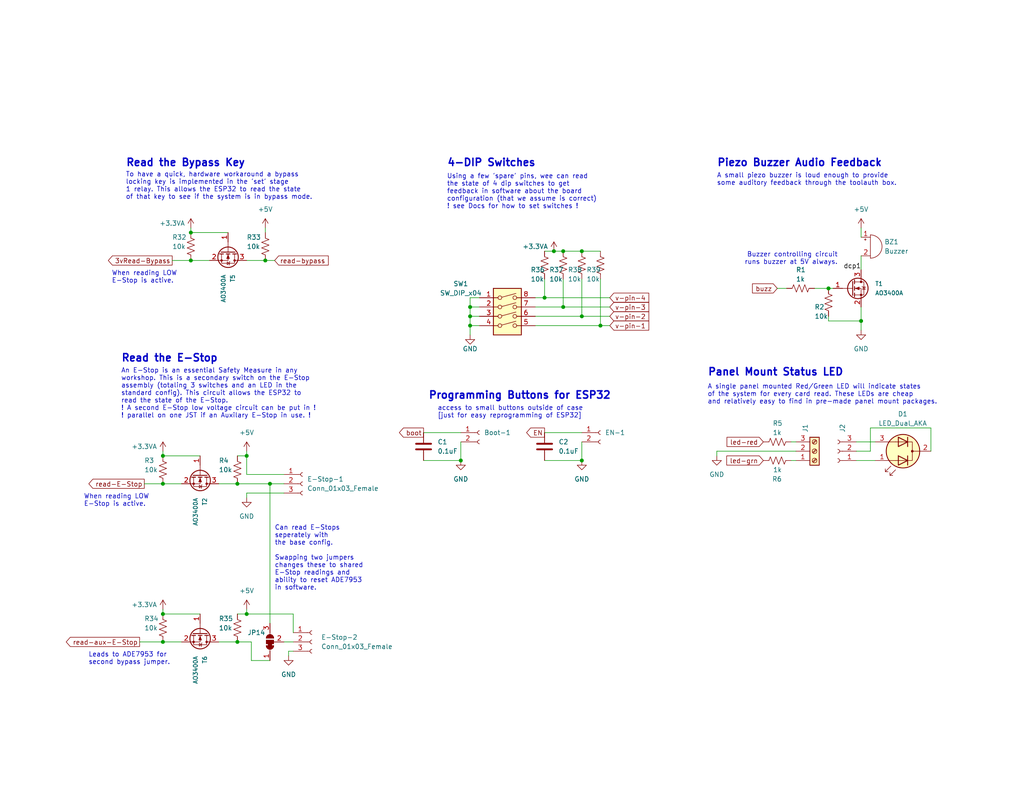
<source format=kicad_sch>
(kicad_sch (version 20211123) (generator eeschema)
  (paper "USLetter")
  (title_block (title "Onboard Lights, Sounds and Logic Level Converters") (date "2022-10-09") (rev "3") (company "Corey Rice & MakeHaven") (comment 1 "Buzzer and Panel Mount LED for Audio feedback to user") (comment 2 "Logic Level shifters to read states of E-Stop(s) and Bypass Key") (comment 3 "DIP switches to describe hardware state") (comment 4 "Breakout connections for the EN & Boot pins, for possible panel mount"))
  (lib_symbols
    (symbol "Connector:Conn_01x02_Female" (pin_names (offset 1.016) hide)
      (property "Reference" "J" (at 0 2.54 0))
      (property "Value" "Conn_01x02_Female" (at 0 -5.08 0))
      (symbol "Conn_01x02_Female_1_1"
        (arc (start 0 -2.032) (mid -0.508 -2.54) (end 0 -3.048) (stroke (width 0.1524)))
        (polyline (pts (xy -1.27 -2.54) (xy -0.508 -2.54)) (stroke (width 0.1524)))
        (polyline (pts (xy -1.27 0) (xy -0.508 0)) (stroke (width 0.1524)))
        (arc (start 0 0.508) (mid -0.508 0) (end 0 -0.508) (stroke (width 0.1524)))
        (pin passive line (at -5.08 0 0) (length 3.81) (name "Pin_1") (number "1"))
        (pin passive line (at -5.08 -2.54 0) (length 3.81) (name "Pin_2") (number "2"))
      )
    )
    (symbol "Connector:Conn_01x03_Female" (pin_names (offset 1.016) hide)
      (property "Reference" "J" (at 0 5.08 0))
      (property "Value" "Conn_01x03_Female" (at 0 -5.08 0))
      (symbol "Conn_01x03_Female_1_1"
        (arc (start 0 -2.032) (mid -0.508 -2.54) (end 0 -3.048) (stroke (width 0.1524)))
        (polyline (pts (xy -1.27 -2.54) (xy -0.508 -2.54)) (stroke (width 0.1524)))
        (polyline (pts (xy -1.27 0) (xy -0.508 0)) (stroke (width 0.1524)))
        (polyline (pts (xy -1.27 2.54) (xy -0.508 2.54)) (stroke (width 0.1524)))
        (arc (start 0 0.508) (mid -0.508 0) (end 0 -0.508) (stroke (width 0.1524)))
        (arc (start 0 3.048) (mid -0.508 2.54) (end 0 2.032) (stroke (width 0.1524)))
        (pin passive line (at -5.08 2.54 0) (length 3.81) (name "Pin_1") (number "1"))
        (pin passive line (at -5.08 0 0) (length 3.81) (name "Pin_2") (number "2"))
        (pin passive line (at -5.08 -2.54 0) (length 3.81) (name "Pin_3") (number "3"))
      )
    )
    (symbol "Connector:Screw_Terminal_01x03" (pin_names (offset 1.016) hide)
      (property "Reference" "J" (at 0 5.08 0))
      (property "Value" "Screw_Terminal_01x03" (at 0 -5.08 0))
      (symbol "Screw_Terminal_01x03_1_1"
        (rectangle (start -1.27 3.81) (end 1.27 -3.81) (stroke (width 0.254)) (fill (type background)))
        (circle (center 0 -2.54) (radius 0.635) (stroke (width 0.1524)))
        (polyline (pts (xy -0.5334 -2.2098) (xy 0.3302 -3.048)) (stroke (width 0.1524)))
        (polyline (pts (xy -0.5334 0.3302) (xy 0.3302 -0.508)) (stroke (width 0.1524)))
        (polyline (pts (xy -0.5334 2.8702) (xy 0.3302 2.032)) (stroke (width 0.1524)))
        (polyline (pts (xy -0.3556 -2.032) (xy 0.508 -2.8702)) (stroke (width 0.1524)))
        (polyline (pts (xy -0.3556 0.508) (xy 0.508 -0.3302)) (stroke (width 0.1524)))
        (polyline (pts (xy -0.3556 3.048) (xy 0.508 2.2098)) (stroke (width 0.1524)))
        (circle (center 0 0) (radius 0.635) (stroke (width 0.1524)))
        (circle (center 0 2.54) (radius 0.635) (stroke (width 0.1524)))
        (pin passive line (at -5.08 2.54 0) (length 3.81) (name "Pin_1") (number "1"))
        (pin passive line (at -5.08 0 0) (length 3.81) (name "Pin_2") (number "2"))
        (pin passive line (at -5.08 -2.54 0) (length 3.81) (name "Pin_3") (number "3"))
      )
    )
    (symbol "Device:Buzzer" (pin_names (offset 0.0254) hide)
      (property "Reference" "BZ" (at 3.81 1.27 0))
      (property "Value" "Buzzer" (at 3.81 -1.27 0))
      (symbol "Buzzer_0_1"
        (arc (start 0 -3.175) (mid 3.175 0) (end 0 3.175))
        (polyline (pts (xy -1.651 1.905) (xy -1.143 1.905)))
        (polyline (pts (xy -1.397 2.159) (xy -1.397 1.651)))
        (polyline (pts (xy 0 3.175) (xy 0 -3.175)))
      )
      (symbol "Buzzer_1_1"
        (pin passive line (at -2.54 2.54 0) (length 2.54) (name "-") (number "1"))
        (pin passive line (at -2.54 -2.54 0) (length 2.54) (name "+") (number "2"))
      )
    )
    (symbol "Device:C" (pin_numbers hide) (pin_names (offset 0.254))
      (property "Reference" "C" (at 0.635 2.54 0))
      (property "Value" "C" (at 0.635 -2.54 0))
      (symbol "C_0_1"
        (polyline (pts (xy -2.032 -0.762) (xy 2.032 -0.762)) (stroke (width 0.508)))
        (polyline (pts (xy -2.032 0.762) (xy 2.032 0.762)) (stroke (width 0.508)))
      )
      (symbol "C_1_1"
        (pin passive line (at 0 3.81 270) (length 2.794) (name "~") (number "1"))
        (pin passive line (at 0 -3.81 90) (length 2.794) (name "~") (number "2"))
      )
    )
    (symbol "Device:LED_Dual_AKA" (pin_names (offset 0) hide)
      (property "Reference" "D" (at 0 5.715 0))
      (property "Value" "LED_Dual_AKA" (at 0 -6.35 0))
      (symbol "LED_Dual_AKA_0_1"
        (circle (center -2.54 0) (radius 0.2794) (fill (type outline)))
        (polyline (pts (xy -4.572 0) (xy -2.54 0)))
        (polyline (pts (xy -1.27 -1.27) (xy -1.27 -3.81)) (stroke (width 0.254)))
        (polyline (pts (xy -1.27 1.27) (xy -1.27 3.81)) (stroke (width 0.254)))
        (polyline (pts (xy 3.81 -2.54) (xy 1.905 -2.54)))
        (polyline (pts (xy 3.81 2.54) (xy 1.905 2.54)))
        (polyline (pts (xy 1.27 -3.81) (xy 1.27 -1.27) (xy -1.27 -2.54) (xy 1.27 -3.81)) (stroke (width 0.254)))
        (polyline (pts (xy 1.27 1.27) (xy 1.27 3.81) (xy -1.27 2.54) (xy 1.27 1.27)) (stroke (width 0.254)))
        (polyline (pts (xy 2.032 2.54) (xy -2.54 2.54) (xy -2.54 -2.54) (xy 2.032 -2.54)))
        (polyline (pts (xy 2.032 5.08) (xy 3.556 6.604) (xy 2.794 6.604) (xy 3.556 6.604) (xy 3.556 5.842)))
        (polyline (pts (xy 3.302 4.064) (xy 4.826 5.588) (xy 4.064 5.588) (xy 4.826 5.588) (xy 4.826 4.826)))
        (circle (center 0 0) (radius 4.572) (stroke (width 0.254)) (fill (type background)))
      )
      (symbol "LED_Dual_AKA_1_1"
        (pin input line (at 7.62 2.54 180) (length 3.81) (name "A1") (number "1"))
        (pin input line (at -7.62 0 0) (length 3.048) (name "K") (number "2"))
        (pin input line (at 7.62 -2.54 180) (length 3.81) (name "A2") (number "3"))
      )
    )
    (symbol "Device:R_US" (pin_numbers hide) (pin_names (offset 0))
      (property "Reference" "R" (at 2.54 0 90))
      (property "Value" "R_US" (at -2.54 0 90))
      (symbol "R_US_0_1"
        (polyline (pts (xy 0 -2.286) (xy 0 -2.54)))
        (polyline (pts (xy 0 2.286) (xy 0 2.54)))
        (polyline (pts (xy 0 -0.762) (xy 1.016 -1.143) (xy 0 -1.524) (xy -1.016 -1.905) (xy 0 -2.286)))
        (polyline (pts (xy 0 0.762) (xy 1.016 0.381) (xy 0 0) (xy -1.016 -0.381) (xy 0 -0.762)))
        (polyline (pts (xy 0 2.286) (xy 1.016 1.905) (xy 0 1.524) (xy -1.016 1.143) (xy 0 0.762)))
      )
      (symbol "R_US_1_1"
        (pin passive line (at 0 3.81 270) (length 1.27) (name "~") (number "1"))
        (pin passive line (at 0 -3.81 90) (length 1.27) (name "~") (number "2"))
      )
    )
    (symbol "Jumper:SolderJumper_3_Bridged12" (pin_names (offset 0) hide)
      (property "Reference" "JP" (at -2.54 -2.54 0))
      (property "Value" "SolderJumper_3_Bridged12" (at 0 2.794 0))
      (symbol "SolderJumper_3_Bridged12_0_1"
        (rectangle (start -1.016 0.508) (end -0.508 -0.508) (fill (type outline)))
        (arc (start -1.016 1.016) (mid -2.032 0) (end -1.016 -1.016))
        (arc (start -1.016 1.016) (mid -2.032 0) (end -1.016 -1.016) (fill (type outline)))
        (rectangle (start -0.508 1.016) (end 0.508 -1.016) (fill (type outline)))
        (polyline (pts (xy -2.54 0) (xy -2.032 0)))
        (polyline (pts (xy -1.016 1.016) (xy -1.016 -1.016)))
        (polyline (pts (xy 0 -1.27) (xy 0 -1.016)))
        (polyline (pts (xy 1.016 1.016) (xy 1.016 -1.016)))
        (polyline (pts (xy 2.54 0) (xy 2.032 0)))
        (arc (start 1.016 -1.016) (mid 2.032 0) (end 1.016 1.016))
        (arc (start 1.016 -1.016) (mid 2.032 0) (end 1.016 1.016) (fill (type outline)))
      )
      (symbol "SolderJumper_3_Bridged12_1_1"
        (pin passive line (at -5.08 0 0) (length 2.54) (name "A") (number "1"))
        (pin passive line (at 0 -3.81 90) (length 2.54) (name "C") (number "2"))
        (pin passive line (at 5.08 0 180) (length 2.54) (name "B") (number "3"))
      )
    )
    (symbol "Switch:SW_DIP_x04" (pin_names (offset 0) hide)
      (property "Reference" "SW" (at 0 8.89 0))
      (property "Value" "SW_DIP_x04" (at 0 -6.35 0))
      (symbol "SW_DIP_x04_0_0"
        (circle (center -2.032 -2.54) (radius 0.508))
        (circle (center -2.032 0) (radius 0.508))
        (circle (center -2.032 2.54) (radius 0.508))
        (circle (center -2.032 5.08) (radius 0.508))
        (polyline (pts (xy -1.524 -2.3876) (xy 2.3622 -1.3462)))
        (polyline (pts (xy -1.524 0.127) (xy 2.3622 1.1684)))
        (polyline (pts (xy -1.524 2.667) (xy 2.3622 3.7084)))
        (polyline (pts (xy -1.524 5.207) (xy 2.3622 6.2484)))
        (circle (center 2.032 -2.54) (radius 0.508))
        (circle (center 2.032 0) (radius 0.508))
        (circle (center 2.032 2.54) (radius 0.508))
        (circle (center 2.032 5.08) (radius 0.508))
      )
      (symbol "SW_DIP_x04_0_1"
        (rectangle (start -3.81 7.62) (end 3.81 -5.08) (stroke (width 0.254)) (fill (type background)))
      )
      (symbol "SW_DIP_x04_1_1"
        (pin passive line (at -7.62 5.08 0) (length 5.08) (name "~") (number "1"))
        (pin passive line (at -7.62 2.54 0) (length 5.08) (name "~") (number "2"))
        (pin passive line (at -7.62 0 0) (length 5.08) (name "~") (number "3"))
        (pin passive line (at -7.62 -2.54 0) (length 5.08) (name "~") (number "4"))
        (pin passive line (at 7.62 -2.54 180) (length 5.08) (name "~") (number "5"))
        (pin passive line (at 7.62 0 180) (length 5.08) (name "~") (number "6"))
        (pin passive line (at 7.62 2.54 180) (length 5.08) (name "~") (number "7"))
        (pin passive line (at 7.62 5.08 180) (length 5.08) (name "~") (number "8"))
      )
    )
    (symbol "Transistor_FET:AO3400A" (pin_names hide)
      (property "Reference" "Q" (at 5.08 1.905 0))
      (property "Value" "AO3400A" (at 5.08 0 0))
      (symbol "AO3400A_0_1"
        (polyline (pts (xy 0.254 0) (xy -2.54 0)))
        (polyline (pts (xy 0.254 1.905) (xy 0.254 -1.905)) (stroke (width 0.254)))
        (polyline (pts (xy 0.762 -1.27) (xy 0.762 -2.286)) (stroke (width 0.254)))
        (polyline (pts (xy 0.762 0.508) (xy 0.762 -0.508)) (stroke (width 0.254)))
        (polyline (pts (xy 0.762 2.286) (xy 0.762 1.27)) (stroke (width 0.254)))
        (polyline (pts (xy 2.54 2.54) (xy 2.54 1.778)))
        (polyline (pts (xy 2.54 -2.54) (xy 2.54 0) (xy 0.762 0)))
        (polyline (pts (xy 0.762 -1.778) (xy 3.302 -1.778) (xy 3.302 1.778) (xy 0.762 1.778)))
        (polyline (pts (xy 1.016 0) (xy 2.032 0.381) (xy 2.032 -0.381) (xy 1.016 0)) (fill (type outline)))
        (polyline (pts (xy 2.794 0.508) (xy 2.921 0.381) (xy 3.683 0.381) (xy 3.81 0.254)))
        (polyline (pts (xy 3.302 0.381) (xy 2.921 -0.254) (xy 3.683 -0.254) (xy 3.302 0.381)))
        (circle (center 1.651 0) (radius 2.794) (stroke (width 0.254)))
        (circle (center 2.54 -1.778) (radius 0.254) (fill (type outline)))
        (circle (center 2.54 1.778) (radius 0.254) (fill (type outline)))
      )
      (symbol "AO3400A_1_1"
        (pin input line (at -5.08 0 0) (length 2.54) (name "G") (number "1"))
        (pin passive line (at 2.54 -5.08 90) (length 2.54) (name "S") (number "2"))
        (pin passive line (at 2.54 5.08 270) (length 2.54) (name "D") (number "3"))
      )
    )
    (symbol "power:+3.3VA" (power) (pin_names (offset 0))
      (property "Value" "+3.3VA" (at 0 3.556 0))
      (symbol "+3.3VA_0_1"
        (polyline (pts (xy -0.762 1.27) (xy 0 2.54)))
        (polyline (pts (xy 0 0) (xy 0 2.54)))
        (polyline (pts (xy 0 2.54) (xy 0.762 1.27)))
      )
      (symbol "+3.3VA_1_1"
        (pin power_in line (at 0 0 90) (length 0) hide (name "+3.3VA") (number "1"))
      )
    )
    (symbol "power:+5V" (power) (pin_names (offset 0))
      (property "Value" "+5V" (at 0 3.556 0))
      (symbol "+5V_0_1"
        (polyline (pts (xy -0.762 1.27) (xy 0 2.54)))
        (polyline (pts (xy 0 0) (xy 0 2.54)))
        (polyline (pts (xy 0 2.54) (xy 0.762 1.27)))
      )
      (symbol "+5V_1_1"
        (pin power_in line (at 0 0 90) (length 0) hide (name "+5V") (number "1"))
      )
    )
    (symbol "power:GND" (power) (pin_names (offset 0))
      (property "Value" "GND" (at 0 -3.81 0))
      (symbol "GND_0_1"
        (polyline (pts (xy 0 0) (xy 0 -1.27) (xy 1.27 -1.27) (xy 0 -2.54) (xy -1.27 -1.27) (xy 0 -1.27)))
      )
      (symbol "GND_1_1"
        (pin power_in line (at 0 0 270) (length 0) hide (name "GND") (number "1"))
      )
    )
  )
  (junction (at 67.31 167.64))
  (junction (at 72.39 71.12))
  (junction (at 158.75 68.58))
  (junction (at 128.27 88.9))
  (junction (at 52.07 71.12))
  (junction (at 128.27 86.36))
  (junction (at 73.66 132.08))
  (junction (at 52.07 63.5))
  (junction (at 125.73 125.73))
  (junction (at 226.06 78.74))
  (junction (at 44.45 132.08))
  (junction (at 44.45 167.64))
  (junction (at 128.27 83.82))
  (junction (at 153.67 68.58))
  (junction (at 151.13 68.58))
  (junction (at 44.45 175.26))
  (junction (at 234.95 87.63))
  (junction (at 64.77 175.26))
  (junction (at 44.45 124.46))
  (junction (at 153.67 83.82))
  (junction (at 64.77 132.08))
  (junction (at 148.59 81.28))
  (junction (at 158.75 86.36))
  (junction (at 67.31 124.46))
  (junction (at 163.83 88.9))
  (junction (at 158.75 125.73))
  (wire (pts (xy 146.05 81.28) (xy 148.59 81.28)))
  (wire (pts (xy 39.37 132.08) (xy 44.45 132.08)))
  (wire (pts (xy 226.06 78.74) (xy 227.33 78.74)))
  (wire (pts (xy 158.75 86.36) (xy 166.37 86.36)))
  (wire (pts (xy 44.45 132.08) (xy 49.53 132.08)))
  (wire (pts (xy 158.75 120.65) (xy 158.75 125.73)))
  (wire (pts (xy 44.45 166.37) (xy 44.45 167.64)))
  (wire (pts (xy 163.83 88.9) (xy 146.05 88.9)))
  (wire (pts (xy 68.58 175.26) (xy 64.77 175.26)))
  (wire (pts (xy 153.67 68.58) (xy 158.75 68.58)))
  (wire (pts (xy 234.95 83.82) (xy 234.95 87.63)))
  (wire (pts (xy 234.95 87.63) (xy 234.95 90.17)))
  (wire (pts (xy 125.73 120.65) (xy 125.73 125.73)))
  (wire (pts (xy 146.05 86.36) (xy 158.75 86.36)))
  (wire (pts (xy 158.75 68.58) (xy 163.83 68.58)))
  (wire (pts (xy 158.75 76.2) (xy 158.75 86.36)))
  (wire (pts (xy 67.31 123.19) (xy 67.31 124.46)))
  (wire (pts (xy 72.39 62.23) (xy 72.39 63.5)))
  (wire (pts (xy 67.31 134.62) (xy 67.31 135.89)))
  (wire (pts (xy 146.05 83.82) (xy 153.67 83.82)))
  (wire (pts (xy 64.77 167.64) (xy 67.31 167.64)))
  (wire (pts (xy 215.9 120.65) (xy 217.17 120.65)))
  (wire (pts (xy 237.49 116.84) (xy 237.49 123.19)))
  (wire (pts (xy 148.59 76.2) (xy 148.59 81.28)))
  (wire (pts (xy 130.81 86.36) (xy 128.27 86.36)))
  (wire (pts (xy 148.59 68.58) (xy 151.13 68.58)))
  (wire (pts (xy 77.47 175.26) (xy 80.01 175.26)))
  (wire (pts (xy 44.45 167.64) (xy 54.61 167.64)))
  (wire (pts (xy 52.07 63.5) (xy 62.23 63.5)))
  (wire (pts (xy 226.06 86.36) (xy 226.06 87.63)))
  (wire (pts (xy 67.31 129.54) (xy 77.47 129.54)))
  (wire (pts (xy 163.83 76.2) (xy 163.83 88.9)))
  (wire (pts (xy 67.31 71.12) (xy 72.39 71.12)))
  (wire (pts (xy 128.27 88.9) (xy 128.27 91.44)))
  (wire (pts (xy 226.06 87.63) (xy 234.95 87.63)))
  (wire (pts (xy 73.66 180.34) (xy 68.58 180.34)))
  (wire (pts (xy 64.77 132.08) (xy 73.66 132.08)))
  (wire (pts (xy 153.67 83.82) (xy 166.37 83.82)))
  (wire (pts (xy 64.77 124.46) (xy 67.31 124.46)))
  (wire (pts (xy 130.81 88.9) (xy 128.27 88.9)))
  (wire (pts (xy 151.13 68.58) (xy 153.67 68.58)))
  (wire (pts (xy 67.31 166.37) (xy 67.31 167.64)))
  (wire (pts (xy 38.1 175.26) (xy 44.45 175.26)))
  (wire (pts (xy 130.81 83.82) (xy 128.27 83.82)))
  (wire (pts (xy 195.58 124.46) (xy 195.58 123.19)))
  (wire (pts (xy 46.99 71.12) (xy 52.07 71.12)))
  (wire (pts (xy 148.59 118.11) (xy 158.75 118.11)))
  (wire (pts (xy 67.31 167.64) (xy 80.01 167.64)))
  (wire (pts (xy 148.59 81.28) (xy 166.37 81.28)))
  (wire (pts (xy 78.74 177.8) (xy 80.01 177.8)))
  (wire (pts (xy 234.95 62.23) (xy 234.95 64.77)))
  (wire (pts (xy 67.31 129.54) (xy 67.31 124.46)))
  (wire (pts (xy 44.45 124.46) (xy 54.61 124.46)))
  (wire (pts (xy 128.27 81.28) (xy 130.81 81.28)))
  (wire (pts (xy 128.27 86.36) (xy 128.27 83.82)))
  (wire (pts (xy 222.25 78.74) (xy 226.06 78.74)))
  (wire (pts (xy 59.69 132.08) (xy 64.77 132.08)))
  (wire (pts (xy 233.68 125.73) (xy 238.76 125.73)))
  (wire (pts (xy 115.57 125.73) (xy 125.73 125.73)))
  (wire (pts (xy 44.45 175.26) (xy 49.53 175.26)))
  (wire (pts (xy 234.95 73.66) (xy 234.95 69.85)))
  (wire (pts (xy 59.69 175.26) (xy 64.77 175.26)))
  (wire (pts (xy 73.66 132.08) (xy 77.47 132.08)))
  (wire (pts (xy 128.27 83.82) (xy 128.27 81.28)))
  (wire (pts (xy 215.9 125.73) (xy 217.17 125.73)))
  (wire (pts (xy 153.67 76.2) (xy 153.67 83.82)))
  (wire (pts (xy 115.57 118.11) (xy 125.73 118.11)))
  (wire (pts (xy 128.27 88.9) (xy 128.27 86.36)))
  (wire (pts (xy 237.49 116.84) (xy 254 116.84)))
  (wire (pts (xy 80.01 167.64) (xy 80.01 172.72)))
  (wire (pts (xy 73.66 132.08) (xy 73.66 170.18)))
  (wire (pts (xy 78.74 177.8) (xy 78.74 179.07)))
  (wire (pts (xy 166.37 88.9) (xy 163.83 88.9)))
  (wire (pts (xy 254 123.19) (xy 254 116.84)))
  (wire (pts (xy 233.68 120.65) (xy 238.76 120.65)))
  (wire (pts (xy 44.45 123.19) (xy 44.45 124.46)))
  (wire (pts (xy 68.58 180.34) (xy 68.58 175.26)))
  (wire (pts (xy 67.31 134.62) (xy 77.47 134.62)))
  (wire (pts (xy 52.07 62.23) (xy 52.07 63.5)))
  (wire (pts (xy 72.39 71.12) (xy 74.93 71.12)))
  (wire (pts (xy 52.07 71.12) (xy 57.15 71.12)))
  (wire (pts (xy 195.58 123.19) (xy 217.17 123.19)))
  (wire (pts (xy 148.59 125.73) (xy 158.75 125.73)))
  (wire (pts (xy 212.09 78.74) (xy 214.63 78.74)))
  (wire (pts (xy 233.68 123.19) (xy 237.49 123.19)))
  (text "Programming Buttons for ESP32" (at 116.84 109.22 0) (effects (font (size 2 2) (thickness 0.4) bold) (justify left bottom)))
  (text "Leads to ADE7953 for \nsecond bypass jumper." (at 24.13 181.61 0) (effects (font (size 1.27 1.27)) (justify left bottom)))
  (text "4-DIP Switches" (at 121.92 45.72 0) (effects (font (size 2 2) (thickness 0.4) bold) (justify left bottom)))
  (text "A single panel mounted Red/Green LED will indicate states\nof the system for every card read. These LEDs are cheap \nand relatively easy to find in pre-made panel mount packages." (at 193.04 110.49 0) (effects (font (size 1.27 1.27)) (justify left bottom)))
  (text "Can read E-Stops \nseperately with \nthe base config. \n\nSwapping two jumpers \nchanges these to shared \nE-Stop readings and \nability to reset ADE7953\nin software." (at 74.93 161.29 0) (effects (font (size 1.27 1.27)) (justify left bottom)))
  (text "A small piezo buzzer is loud enough to provide\nsome auditory feedback through the toolauth box." (at 195.58 50.8 0) (effects (font (size 1.27 1.27)) (justify left bottom)))
  (text "access to small buttons outside of case \n[just for easy reprogramming of ESP32]" (at 119.38 114.3 0) (effects (font (size 1.27 1.27)) (justify left bottom)))
  (text "Read the E-Stop" (at 33.02 99.06 0) (effects (font (size 2 2) (thickness 0.4) bold) (justify left bottom)))
  (text "When reading LOW\nE-Stop is active." (at 22.86 138.43 0) (effects (font (size 1.27 1.27)) (justify left bottom)))
  (text "An E-Stop is an essential Safety Measure in any\nworkshop. This is a secondary switch on the E-Stop\nassembly (totaling 3 switches and an LED in the \nstandard config). This circuit allows the ESP32 to \nread the state of the E-Stop. \n! A second E-Stop low voltage circuit can be put in ! \n! parallel on one JST if an Auxilary E-Stop in use. !" (at 33.02 114.3 0) (effects (font (size 1.27 1.27)) (justify left bottom)))
  (text "Buzzer controlling circuit\nruns buzzer at 5V always." (at 228.6 72.39 0) (effects (font (size 1.27 1.27)) (justify right bottom)))
  (text "When reading LOW\nE-Stop is active." (at 30.48 77.47 0) (effects (font (size 1.27 1.27)) (justify left bottom)))
  (text "To have a quick, hardware workaround a bypass \nlocking key is implemented in the 'set' stage \n1 relay. This allows the ESP32 to read the state \nof that key to see if the system is in bypass mode. " (at 34.29 54.61 0) (effects (font (size 1.27 1.27)) (justify left bottom)))
  (text "Piezo Buzzer Audio Feedback" (at 195.58 45.72 0) (effects (font (size 2 2) (thickness 0.4) bold) (justify left bottom)))
  (text "Panel Mount Status LED" (at 193.04 102.87 0) (effects (font (size 2 2) (thickness 0.4) bold) (justify left bottom)))
  (text "Using a few 'spare' pins, wee can read\nthe state of 4 dip switches to get \nfeedback in software about the board \nconfiguration (that we assume is correct)\n! see Docs for how to set switches !" (at 121.92 57.15 0) (effects (font (size 1.27 1.27)) (justify left bottom)))
  (text "Read the Bypass Key" (at 34.29 45.72 0) (effects (font (size 2 2) (thickness 0.4) bold) (justify left bottom)))
  (label "dcp1" (at 234.95 73.66 180))
  (global_label "v-pin-3" (shape input) (at 166.37 83.82 0) (property "Intersheet References" "${INTERSHEET_REFS}" (effects hide)))
  (global_label "v-pin-2" (shape input) (at 166.37 86.36 0) (property "Intersheet References" "${INTERSHEET_REFS}" (effects hide)))
  (global_label "read-E-Stop" (shape output) (at 39.37 132.08 180) (property "Intersheet References" "${INTERSHEET_REFS}" (effects hide)))
  (global_label "led-red" (shape input) (at 208.28 120.65 180) (property "Intersheet References" "${INTERSHEET_REFS}" (effects hide)))
  (global_label "EN" (shape output) (at 148.59 118.11 180) (property "Intersheet References" "${INTERSHEET_REFS}" (effects hide)))
  (global_label "boot" (shape output) (at 115.57 118.11 180) (property "Intersheet References" "${INTERSHEET_REFS}" (effects hide)))
  (global_label "3vRead-Bypass" (shape output) (at 46.99 71.12 180) (property "Intersheet References" "${INTERSHEET_REFS}" (effects hide)))
  (global_label "read-bypass" (shape input) (at 74.93 71.12 0) (property "Intersheet References" "${INTERSHEET_REFS}" (effects hide)))
  (global_label "v-pin-4" (shape input) (at 166.37 81.28 0) (property "Intersheet References" "${INTERSHEET_REFS}" (effects hide)))
  (global_label "led-grn" (shape input) (at 208.28 125.73 180) (property "Intersheet References" "${INTERSHEET_REFS}" (effects hide)))
  (global_label "read-aux-E-Stop" (shape output) (at 38.1 175.26 180) (property "Intersheet References" "${INTERSHEET_REFS}" (effects hide)))
  (global_label "buzz" (shape input) (at 212.09 78.74 180) (property "Intersheet References" "${INTERSHEET_REFS}" (effects hide)))
  (global_label "v-pin-1" (shape input) (at 166.37 88.9 0) (property "Intersheet References" "${INTERSHEET_REFS}" (effects hide)))
  (symbol (lib_id "Device:R_US") (at 148.59 72.39 180) (unit 1)
    (property "Reference" "R36" (at 144.78 73.66 0) (effects (justify right)))
    (property "Value" "10k" (at 144.78 76.2 0) (effects (justify right)))
    (property "Footprint" "Resistor_SMD:R_0603_1608Metric" (effects hide))
    (property "JLCPCB Part #" "C25804" (effects hide))
  )
  (symbol (lib_id "Device:R_US") (at 158.75 72.39 180) (unit 1)
    (property "Reference" "R38" (at 154.94 73.66 0) (effects (justify right)))
    (property "Value" "10k" (at 154.94 76.2 0) (effects (justify right)))
    (property "Footprint" "Resistor_SMD:R_0603_1608Metric" (effects hide))
    (property "JLCPCB Part #" "C25804" (effects hide))
  )
  (symbol (lib_id "Device:R_US") (at 52.07 67.31 180) (unit 1)
    (property "Reference" "R32" (at 46.99 64.77 0) (effects (justify right)))
    (property "Value" "10k" (at 46.99 67.31 0) (effects (justify right)))
    (property "Footprint" "Resistor_SMD:R_0603_1608Metric" (effects hide))
    (property "JLCPCB Part #" "C25804" (effects hide))
  )
  (symbol (lib_id "Switch:SW_DIP_x04") (at 138.43 86.36 0) (unit 1)
    (property "Reference" "SW1" (at 125.73 77.47 0))
    (property "Value" "SW_DIP_x04" (at 125.73 80.01 0))
    (property "Footprint" "Button_Switch_SMD:SW_DIP_SPSTx04_Slide_Omron_A6H-4101_W6.15mm_P1.27mm" (effects hide))
    (property "Datasheet" "https://datasheet.lcsc.com/lcsc/1912111437_Omron-Electronics-A6H-4101_C397291.pdf" (effects hide))
    (property "JLCPCB Part #" "C224996" (effects hide))
  )
  (symbol (lib_id "Transistor_FET:AO3400A") (at 54.61 172.72 270) (unit 1)
    (property "Reference" "T6" (at 55.88 179.07 0) (effects (font (size 1.143 1.143)) (justify left)))
    (property "Value" "AO3400A" (at 53.34 179.07 0) (effects (font (size 1.143 1.143)) (justify left)))
    (property "Footprint" "Package_TO_SOT_SMD:SOT-23" (effects hide))
    (property "Datasheet" "http://www.aosmd.com/pdfs/datasheet/AO3400A.pdf" (effects hide))
    (property "JLCPCB Part #" "C427382" (effects hide))
  )
  (symbol (lib_id "power:GND") (at 234.95 90.17 0) (unit 1)
    (property "Reference" "#PWR0107" (effects hide))
    (property "Value" "GND" (at 234.95 95.25 0))
  )
  (symbol (lib_id "Device:LED_Dual_AKA") (at 246.38 123.19 180) (unit 1) (in_bom no) (on_board no)
    (property "Reference" "D1" (at 246.3165 113.03 0))
    (property "Value" "LED_Dual_AKA" (at 246.3165 115.57 0))
  )
  (symbol (lib_id "power:GND") (at 125.73 125.73 0) (unit 1)
    (property "Reference" "#PWR0112" (effects hide))
    (property "Value" "GND" (at 125.73 130.81 0))
  )
  (symbol (lib_id "power:+3.3VA") (at 151.13 68.58 0) (unit 1)
    (property "Reference" "#PWR0165" (effects hide))
    (property "Value" "+3.3VA" (at 146.05 67.31 0))
  )
  (symbol (lib_id "Device:Buzzer") (at 237.49 67.31 0) (unit 1)
    (property "Reference" "BZ1" (at 241.3 66.0399 0) (effects (justify left)))
    (property "Value" "Buzzer" (at 241.3 68.5799 0) (effects (justify left)))
    (property "Footprint" "Buzzer_Beeper:Buzzer_12x9.5RM7.6" (effects hide))
    (property "JLCPCB Part #" "C96095" (effects hide))
  )
  (symbol (lib_id "Transistor_FET:AO3400A") (at 62.23 68.58 270) (unit 1)
    (property "Reference" "T5" (at 63.5 74.93 0) (effects (font (size 1.143 1.143)) (justify left)))
    (property "Value" "AO3400A" (at 60.96 74.93 0) (effects (font (size 1.143 1.143)) (justify left)))
    (property "Footprint" "Package_TO_SOT_SMD:SOT-23" (effects hide))
    (property "Datasheet" "http://www.aosmd.com/pdfs/datasheet/AO3400A.pdf" (effects hide))
    (property "JLCPCB Part #" "C427382" (effects hide))
  )
  (symbol (lib_id "Device:R_US") (at 72.39 67.31 180) (unit 1)
    (property "Reference" "R33" (at 67.31 64.77 0) (effects (justify right)))
    (property "Value" "10k" (at 67.31 67.31 0) (effects (justify right)))
    (property "Footprint" "Resistor_SMD:R_0603_1608Metric" (effects hide))
    (property "JLCPCB Part #" "C25804" (effects hide))
  )
  (symbol (lib_id "Device:R_US") (at 212.09 120.65 90) (unit 1)
    (property "Reference" "R5" (at 210.82 115.57 90) (effects (justify right)))
    (property "Value" "1k" (at 210.82 118.11 90) (effects (justify right)))
    (property "Footprint" "Resistor_SMD:R_0603_1608Metric" (effects hide))
    (property "JLCPCB Part #" "C21190" (effects hide))
  )
  (symbol (lib_id "power:GND") (at 67.31 135.89 0) (unit 1)
    (property "Reference" "#PWR0110" (effects hide))
    (property "Value" "GND" (at 67.31 140.97 0))
  )
  (symbol (lib_id "Device:R_US") (at 163.83 72.39 180) (unit 1)
    (property "Reference" "R39" (at 160.02 73.66 0) (effects (justify right)))
    (property "Value" "10k" (at 160.02 76.2 0) (effects (justify right)))
    (property "Footprint" "Resistor_SMD:R_0603_1608Metric" (effects hide))
    (property "JLCPCB Part #" "C25804" (effects hide))
  )
  (symbol (lib_id "Connector:Conn_01x03_Female") (at 228.6 123.19 180) (unit 1) (in_bom no) (on_board no)
    (property "Reference" "J2" (at 229.87 118.11 90) (effects (justify right)))
    (property "Value" "Conn_01x03_Female" (effects hide))
  )
  (symbol (lib_id "Device:C") (at 115.57 121.92 0) (unit 1)
    (property "Reference" "C1" (at 119.38 120.6499 0) (effects (justify left)))
    (property "Value" "0.1uF" (at 119.38 123.1899 0) (effects (justify left)))
    (property "Footprint" "LED_SMD:LED_0603_1608Metric" (effects hide))
    (property "JLCPCB Part #" "C14663" (effects hide))
  )
  (symbol (lib_id "Device:R_US") (at 212.09 125.73 270) (unit 1)
    (property "Reference" "R6" (at 213.36 130.81 90) (effects (justify right)))
    (property "Value" "1k" (at 213.36 128.27 90) (effects (justify right)))
    (property "Footprint" "Resistor_SMD:R_0603_1608Metric" (effects hide))
    (property "JLCPCB Part #" "C21190" (effects hide))
  )
  (symbol (lib_id "power:GND") (at 78.74 179.07 0) (unit 1)
    (property "Reference" "#PWR011" (effects hide))
    (property "Value" "GND" (at 78.74 184.15 0))
  )
  (symbol (lib_id "Transistor_FET:AO3400A") (at 54.61 129.54 270) (unit 1)
    (property "Reference" "T2" (at 55.88 135.89 0) (effects (font (size 1.143 1.143)) (justify left)))
    (property "Value" "AO3400A" (at 53.34 135.89 0) (effects (font (size 1.143 1.143)) (justify left)))
    (property "Footprint" "Package_TO_SOT_SMD:SOT-23" (effects hide))
    (property "Datasheet" "http://www.aosmd.com/pdfs/datasheet/AO3400A.pdf" (effects hide))
    (property "JLCPCB Part #" "C427382" (effects hide))
  )
  (symbol (lib_id "Connector:Conn_01x03_Female") (at 85.09 175.26 0) (unit 1)
    (property "Reference" "E-Stop-2" (at 87.63 173.99 0) (effects (justify left)))
    (property "Value" "Conn_01x03_Female" (at 87.63 176.53 0) (effects (justify left)))
    (property "Footprint" "Connector_JST:JST_PH_B3B-PH-K_1x03_P2.00mm_Vertical" (effects hide))
    (property "JLCPCB Part #" "C131339" (effects hide))
  )
  (symbol (lib_id "Connector:Conn_01x02_Female") (at 130.81 118.11 0) (unit 1)
    (property "Reference" "Boot-1" (at 132.08 118.1099 0) (effects (justify left)))
    (property "Value" "Conn_01x02_Female" (effects hide))
    (property "Footprint" "Connector_PinSocket_2.54mm:PinSocket_1x02_P2.54mm_Vertical" (effects hide))
  )
  (symbol (lib_id "Device:C") (at 148.59 121.92 0) (unit 1)
    (property "Reference" "C2" (at 152.4 120.6499 0) (effects (justify left)))
    (property "Value" "0.1uF" (at 152.4 123.1899 0) (effects (justify left)))
    (property "Footprint" "LED_SMD:LED_0603_1608Metric" (effects hide))
    (property "JLCPCB Part #" "C14663" (effects hide))
  )
  (symbol (lib_id "Connector:Screw_Terminal_01x03") (at 222.25 123.19 0) (mirror x) (unit 1)
    (property "Reference" "J1" (at 219.71 118.11 90) (effects (justify right)))
    (property "Value" "Conn_01x03_Male" (effects hide))
    (property "Footprint" "TerminalBlock_TE-Connectivity:TerminalBlock_TE_282834-3_1x03_P2.54mm_Horizontal" (effects hide))
    (property "JLCPCB Part #" "C557686" (effects hide))
  )
  (symbol (lib_id "Device:R_US") (at 44.45 171.45 180) (unit 1)
    (property "Reference" "R34" (at 39.37 168.91 0) (effects (justify right)))
    (property "Value" "10k" (at 39.37 171.45 0) (effects (justify right)))
    (property "Footprint" "Resistor_SMD:R_0603_1608Metric" (effects hide))
    (property "JLCPCB Part #" "C25804" (effects hide))
  )
  (symbol (lib_id "Device:R_US") (at 64.77 171.45 180) (unit 1)
    (property "Reference" "R35" (at 59.69 168.91 0) (effects (justify right)))
    (property "Value" "10k" (at 59.69 171.45 0) (effects (justify right)))
    (property "Footprint" "Resistor_SMD:R_0603_1608Metric" (effects hide))
    (property "JLCPCB Part #" "C25804" (effects hide))
  )
  (symbol (lib_id "Device:R_US") (at 153.67 72.39 180) (unit 1)
    (property "Reference" "R37" (at 149.86 73.66 0) (effects (justify right)))
    (property "Value" "10k" (at 149.86 76.2 0) (effects (justify right)))
    (property "Footprint" "Resistor_SMD:R_0603_1608Metric" (effects hide))
    (property "JLCPCB Part #" "C25804" (effects hide))
  )
  (symbol (lib_id "Device:R_US") (at 226.06 82.55 180) (unit 1)
    (property "Reference" "R2" (at 222.25 83.82 0) (effects (justify right)))
    (property "Value" "10k" (at 222.25 86.36 0) (effects (justify right)))
    (property "Footprint" "Resistor_SMD:R_0603_1608Metric" (effects hide))
    (property "JLCPCB Part #" "C25804" (effects hide))
  )
  (symbol (lib_id "power:+5V") (at 234.95 62.23 0) (unit 1)
    (property "Reference" "#PWR0106" (effects hide))
    (property "Value" "+5V" (at 234.95 57.15 0))
  )
  (symbol (lib_id "power:GND") (at 158.75 125.73 0) (unit 1)
    (property "Reference" "#PWR0113" (effects hide))
    (property "Value" "GND" (at 158.75 130.81 0))
  )
  (symbol (lib_id "Connector:Conn_01x02_Female") (at 163.83 118.11 0) (unit 1)
    (property "Reference" "EN-1" (at 165.1 118.1099 0) (effects (justify left)))
    (property "Value" "Conn_01x02_Female" (effects hide))
    (property "Footprint" "Connector_PinSocket_2.54mm:PinSocket_1x02_P2.54mm_Vertical" (effects hide))
  )
  (symbol (lib_id "Device:R_US") (at 64.77 128.27 180) (unit 1)
    (property "Reference" "R4" (at 59.69 125.73 0) (effects (justify right)))
    (property "Value" "10k" (at 59.69 128.27 0) (effects (justify right)))
    (property "Footprint" "Resistor_SMD:R_0603_1608Metric" (effects hide))
    (property "JLCPCB Part #" "C25804" (effects hide))
  )
  (symbol (lib_id "Device:R_US") (at 218.44 78.74 90) (unit 1)
    (property "Reference" "R1" (at 217.17 73.66 90) (effects (justify right)))
    (property "Value" "1k" (at 217.17 76.2 90) (effects (justify right)))
    (property "Footprint" "Resistor_SMD:R_0603_1608Metric" (effects hide))
    (property "JLCPCB Part #" "C21190" (effects hide))
  )
  (symbol (lib_id "power:+5V") (at 67.31 166.37 0) (unit 1)
    (property "Reference" "#PWR010" (effects hide))
    (property "Value" "+5V" (at 67.31 161.29 0))
  )
  (symbol (lib_id "Jumper:SolderJumper_3_Bridged12") (at 73.66 175.26 90) (unit 1)
    (property "Reference" "JP14" (at 72.39 172.72 90) (effects (justify left)))
    (property "Value" "SolderJumper_3_Bridged12" (effects hide))
    (property "Footprint" "Jumper:SolderJumper-3_P1.3mm_Bridged12_RoundedPad1.0x1.5mm" (effects hide))
  )
  (symbol (lib_id "power:+5V") (at 67.31 123.19 0) (unit 1)
    (property "Reference" "#PWR0111" (effects hide))
    (property "Value" "+5V" (at 67.31 118.11 0))
  )
  (symbol (lib_id "power:+3.3VA") (at 44.45 166.37 0) (unit 1)
    (property "Reference" "#PWR0147" (effects hide))
    (property "Value" "+3.3VA" (at 39.37 165.1 0))
  )
  (symbol (lib_id "power:+5V") (at 72.39 62.23 0) (unit 1)
    (property "Reference" "#PWR02" (effects hide))
    (property "Value" "+5V" (at 72.39 57.15 0))
  )
  (symbol (lib_id "power:+3.3VA") (at 52.07 62.23 0) (unit 1)
    (property "Reference" "#PWR0153" (effects hide))
    (property "Value" "+3.3VA" (at 46.99 60.96 0))
  )
  (symbol (lib_id "power:GND") (at 128.27 91.44 0) (unit 1)
    (property "Reference" "#PWR0108" (effects hide))
    (property "Value" "GND" (at 128.27 95.25 0))
  )
  (symbol (lib_id "Transistor_FET:AO3400A") (at 232.41 78.74 0) (unit 1)
    (property "Reference" "T1" (at 238.76 77.47 0) (effects (font (size 1.143 1.143)) (justify left)))
    (property "Value" "AO3400A" (at 238.76 80.01 0) (effects (font (size 1.143 1.143)) (justify left)))
    (property "Footprint" "Package_TO_SOT_SMD:SOT-23" (effects hide))
    (property "Datasheet" "http://www.aosmd.com/pdfs/datasheet/AO3400A.pdf" (effects hide))
    (property "JLCPCB Part #" "C427382" (effects hide))
  )
  (symbol (lib_id "power:+3.3VA") (at 44.45 123.19 0) (unit 1)
    (property "Reference" "#PWR0146" (effects hide))
    (property "Value" "+3.3VA" (at 39.37 121.92 0))
  )
  (symbol (lib_id "Connector:Conn_01x03_Female") (at 82.55 132.08 0) (unit 1)
    (property "Reference" "E-Stop-1" (at 83.82 130.8099 0) (effects (justify left)))
    (property "Value" "Conn_01x03_Female" (at 83.82 133.3499 0) (effects (justify left)))
    (property "Footprint" "Connector_JST:JST_PH_B3B-PH-K_1x03_P2.00mm_Vertical" (effects hide))
    (property "JLCPCB Part #" "C131339" (effects hide))
  )
  (symbol (lib_id "power:GND") (at 195.58 124.46 0) (unit 1)
    (property "Reference" "#PWR0114" (effects hide))
    (property "Value" "GND" (at 195.58 129.54 0))
  )
  (symbol (lib_id "Device:R_US") (at 44.45 128.27 180) (unit 1)
    (property "Reference" "R3" (at 39.37 125.73 0) (effects (justify right)))
    (property "Value" "10k" (at 39.37 128.27 0) (effects (justify right)))
    (property "Footprint" "Resistor_SMD:R_0603_1608Metric" (effects hide))
    (property "JLCPCB Part #" "C25804" (effects hide))
  )
)
</source>
